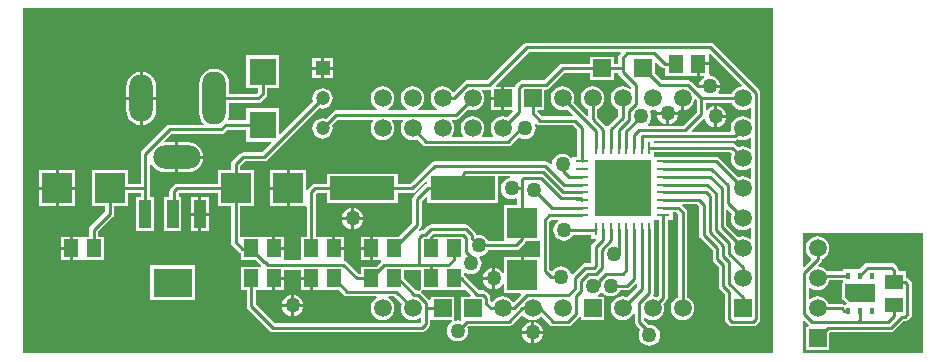
<source format=gtl>
%FSLAX25Y25*%
%MOIN*%
G70*
G01*
G75*
G04 Layer_Physical_Order=1*
G04 Layer_Color=255*
%ADD10R,0.05906X0.05118*%
%ADD11R,0.01575X0.02362*%
%ADD12R,0.18504X0.18504*%
%ADD13R,0.01102X0.04331*%
%ADD14R,0.04331X0.01102*%
%ADD15R,0.21654X0.07874*%
%ADD16R,0.10000X0.10000*%
%ADD17R,0.05118X0.05906*%
%ADD18R,0.10000X0.10000*%
%ADD19R,0.12992X0.09449*%
%ADD20R,0.03937X0.09449*%
%ADD21R,0.09055X0.09055*%
%ADD22R,0.05906X0.05906*%
%ADD23C,0.01000*%
%ADD24R,0.05906X0.05906*%
%ADD25C,0.05906*%
%ADD26C,0.04724*%
%ADD27R,0.04724X0.04724*%
%ADD28C,0.05906*%
%ADD29O,0.15748X0.07874*%
%ADD30O,0.07874X0.15748*%
%ADD31O,0.07874X0.17716*%
%ADD32C,0.01969*%
%ADD33C,0.05000*%
G36*
X384085Y217953D02*
Y212146D01*
X375718D01*
X374242Y213622D01*
Y218051D01*
X384183D01*
X384085Y217953D01*
D02*
G37*
G36*
X400000Y195000D02*
X360000D01*
Y205887D01*
X360462Y206078D01*
X362074Y204466D01*
X362126Y204431D01*
X361981Y203953D01*
X361047D01*
Y196047D01*
X368953D01*
Y201790D01*
X369181Y202018D01*
X389376D01*
X389961Y202134D01*
X390457Y202466D01*
X390457Y202466D01*
X390457Y202466D01*
X393663Y205671D01*
X394074D01*
X394659Y205788D01*
X395156Y206119D01*
X396034Y206998D01*
X396366Y207494D01*
X396482Y208080D01*
Y218047D01*
X396366Y218633D01*
X396034Y219129D01*
X395341Y219822D01*
X394845Y220153D01*
X394453Y220231D01*
Y222299D01*
X392029D01*
Y222673D01*
X391913Y223258D01*
X391581Y223755D01*
X390668Y224668D01*
X390172Y225000D01*
X389587Y225116D01*
X381741D01*
X381156Y225000D01*
X380660Y224668D01*
X379078Y223087D01*
X377425D01*
D01*
D01*
X377425Y223087D01*
X377063D01*
Y223087D01*
X373488D01*
Y222435D01*
X368114D01*
X367819Y222819D01*
X366993Y223453D01*
X366032Y223851D01*
X365430Y223930D01*
X365269Y224404D01*
X366081Y225216D01*
X366413Y225712D01*
X366529Y226297D01*
Y226355D01*
X366993Y226547D01*
X367819Y227181D01*
X368453Y228007D01*
X368851Y228968D01*
X368987Y230000D01*
X368851Y231032D01*
X368453Y231993D01*
X367819Y232819D01*
X366993Y233453D01*
X366032Y233851D01*
X365000Y233987D01*
X363968Y233851D01*
X363007Y233453D01*
X362181Y232819D01*
X361547Y231993D01*
X361149Y231032D01*
X361013Y230000D01*
X361149Y228968D01*
X361547Y228007D01*
X362181Y227181D01*
X362751Y226743D01*
X362784Y226244D01*
X360462Y223922D01*
X360000Y224113D01*
Y235000D01*
X400000D01*
Y195000D01*
D02*
G37*
G36*
X350000D02*
X100000D01*
Y310000D01*
X350000D01*
Y195000D01*
D02*
G37*
G36*
X373488Y218724D02*
X373488Y218724D01*
X373488D01*
X373489Y218724D01*
X373300Y218441D01*
X373222Y218051D01*
Y213622D01*
X373300Y213232D01*
X373521Y212901D01*
X374685Y211737D01*
X374493Y211276D01*
X373791D01*
X373585Y211413D01*
X373000Y211529D01*
X368645D01*
X368453Y211993D01*
X367819Y212819D01*
X366993Y213453D01*
X366032Y213851D01*
X365000Y213987D01*
X363968Y213851D01*
X363007Y213453D01*
X362525Y213083D01*
X362077Y213304D01*
Y216696D01*
X362525Y216917D01*
X363007Y216547D01*
X363968Y216149D01*
X365000Y216013D01*
X366032Y216149D01*
X366993Y216547D01*
X367819Y217181D01*
X368453Y218007D01*
X368851Y218968D01*
X368905Y219376D01*
X373488D01*
Y218724D01*
D02*
G37*
%LPC*%
G36*
X111000Y256000D02*
X105500D01*
Y250500D01*
X111000D01*
Y256000D01*
D02*
G37*
G36*
X117500Y249500D02*
X112000D01*
Y244000D01*
X117500D01*
Y249500D01*
D02*
G37*
G36*
X188000D02*
X182500D01*
Y244000D01*
X188000D01*
Y249500D01*
D02*
G37*
G36*
X117500Y256000D02*
X112000D01*
Y250500D01*
X117500D01*
Y256000D01*
D02*
G37*
G36*
X188000D02*
X182500D01*
Y250500D01*
X188000D01*
Y256000D01*
D02*
G37*
G36*
X155276Y265295D02*
X151839D01*
Y260815D01*
X160189D01*
X160085Y261604D01*
X159588Y262805D01*
X158797Y263836D01*
X157765Y264627D01*
X156564Y265125D01*
X155276Y265295D01*
D02*
G37*
G36*
X160189Y259815D02*
X151839D01*
Y255335D01*
X155276D01*
X156564Y255505D01*
X157765Y256002D01*
X158797Y256794D01*
X159588Y257825D01*
X160085Y259026D01*
X160189Y259815D01*
D02*
G37*
G36*
X111000Y249500D02*
X105500D01*
Y244000D01*
X111000D01*
Y249500D01*
D02*
G37*
G36*
X187299Y233953D02*
X184240D01*
Y230500D01*
X187299D01*
Y233953D01*
D02*
G37*
G36*
X157496Y224307D02*
X142504D01*
Y212858D01*
X157496D01*
Y224307D01*
D02*
G37*
G36*
X115760Y229500D02*
X112701D01*
Y226047D01*
X115760D01*
Y229500D01*
D02*
G37*
G36*
Y233953D02*
X112701D01*
Y230500D01*
X115760D01*
Y233953D01*
D02*
G37*
G36*
X158555Y247142D02*
X156087D01*
Y241917D01*
X158555D01*
Y247142D01*
D02*
G37*
G36*
X162024D02*
X159555D01*
Y241917D01*
X162024D01*
Y247142D01*
D02*
G37*
G36*
X158555Y240917D02*
X156087D01*
Y235693D01*
X158555D01*
Y240917D01*
D02*
G37*
G36*
X162024D02*
X159555D01*
Y235693D01*
X162024D01*
Y240917D01*
D02*
G37*
G36*
X269500Y201500D02*
X266536D01*
X266590Y201086D01*
X266943Y200235D01*
X267504Y199504D01*
X268235Y198943D01*
X269086Y198590D01*
X269500Y198536D01*
Y201500D01*
D02*
G37*
G36*
X139028Y288851D02*
X138239Y288747D01*
X137038Y288249D01*
X136006Y287458D01*
X135215Y286427D01*
X134718Y285226D01*
X134548Y283937D01*
Y280500D01*
X139028D01*
Y288851D01*
D02*
G37*
G36*
X199500Y293362D02*
X196638D01*
Y290500D01*
X199500D01*
Y293362D01*
D02*
G37*
G36*
X273464Y201500D02*
X270500D01*
Y198536D01*
X270914Y198590D01*
X271765Y198943D01*
X272496Y199504D01*
X273057Y200235D01*
X273410Y201086D01*
X273464Y201500D01*
D02*
G37*
G36*
X199500Y289500D02*
X196638D01*
Y286638D01*
X199500D01*
Y289500D01*
D02*
G37*
G36*
X329297Y298529D02*
X268094D01*
X267509Y298413D01*
X267013Y298081D01*
X254914Y285982D01*
X248156D01*
X247570Y285866D01*
X247074Y285534D01*
X243756Y282216D01*
X243257Y282249D01*
X242819Y282819D01*
X241993Y283453D01*
X241032Y283851D01*
X240000Y283987D01*
X238968Y283851D01*
X238007Y283453D01*
X237181Y282819D01*
X236547Y281993D01*
X236149Y281032D01*
X236013Y280000D01*
X236149Y278968D01*
X236547Y278007D01*
X237181Y277181D01*
X238007Y276547D01*
X238187Y276472D01*
X238089Y275982D01*
X231911D01*
X231813Y276472D01*
X231993Y276547D01*
X232819Y277181D01*
X233453Y278007D01*
X233851Y278968D01*
X233987Y280000D01*
X233851Y281032D01*
X233453Y281993D01*
X232819Y282819D01*
X231993Y283453D01*
X231032Y283851D01*
X230000Y283987D01*
X228968Y283851D01*
X228007Y283453D01*
X227181Y282819D01*
X226547Y281993D01*
X226149Y281032D01*
X226013Y280000D01*
X226149Y278968D01*
X226547Y278007D01*
X227181Y277181D01*
X228007Y276547D01*
X228187Y276472D01*
X228089Y275982D01*
X221911D01*
X221813Y276472D01*
X221993Y276547D01*
X222819Y277181D01*
X223453Y278007D01*
X223851Y278968D01*
X223987Y280000D01*
X223851Y281032D01*
X223453Y281993D01*
X222819Y282819D01*
X221993Y283453D01*
X221032Y283851D01*
X220000Y283987D01*
X218968Y283851D01*
X218007Y283453D01*
X217181Y282819D01*
X216547Y281993D01*
X216149Y281032D01*
X216013Y280000D01*
X216149Y278968D01*
X216547Y278007D01*
X217181Y277181D01*
X218007Y276547D01*
X218187Y276472D01*
X218089Y275982D01*
X204453D01*
X203868Y275866D01*
X203371Y275534D01*
X201044Y273207D01*
X200878Y273276D01*
X200000Y273391D01*
X199122Y273276D01*
X198304Y272937D01*
X197602Y272398D01*
X197063Y271696D01*
X196724Y270878D01*
X196609Y270000D01*
X196724Y269122D01*
X197063Y268304D01*
X197602Y267602D01*
X198304Y267063D01*
X199122Y266724D01*
X200000Y266609D01*
X200878Y266724D01*
X201696Y267063D01*
X202398Y267602D01*
X202937Y268304D01*
X203276Y269122D01*
X203391Y270000D01*
X203276Y270878D01*
X203207Y271044D01*
X205086Y272923D01*
X216696D01*
X216917Y272475D01*
X216547Y271993D01*
X216149Y271032D01*
X216013Y270000D01*
X216149Y268968D01*
X216547Y268007D01*
X217181Y267181D01*
X218007Y266547D01*
X218968Y266149D01*
X220000Y266013D01*
X221032Y266149D01*
X221993Y266547D01*
X222819Y267181D01*
X223453Y268007D01*
X223851Y268968D01*
X223987Y270000D01*
X223851Y271032D01*
X223453Y271993D01*
X223083Y272475D01*
X223304Y272923D01*
X226696D01*
X226917Y272475D01*
X226547Y271993D01*
X226149Y271032D01*
X226013Y270000D01*
X226149Y268968D01*
X226547Y268007D01*
X227181Y267181D01*
X228007Y266547D01*
X228968Y266149D01*
X230000Y266013D01*
X231032Y266149D01*
X231496Y266341D01*
X233371Y264466D01*
X233371D01*
X233371Y264466D01*
X233371Y264466D01*
Y264466D01*
X233868Y264134D01*
X234453Y264018D01*
X261844D01*
X262430Y264134D01*
X262926Y264466D01*
X265547Y267087D01*
X265735Y266943D01*
X266586Y266590D01*
X267500Y266470D01*
X268414Y266590D01*
X269265Y266943D01*
X269996Y267504D01*
X270557Y268235D01*
X270910Y269086D01*
X271030Y270000D01*
X270910Y270914D01*
X270684Y271460D01*
X271099Y271738D01*
X271419Y271419D01*
X271915Y271087D01*
X272012Y271068D01*
X272500Y270971D01*
X283366D01*
X284888Y269449D01*
Y260508D01*
X283252D01*
Y260289D01*
X282779Y260128D01*
X282496Y260496D01*
X281765Y261057D01*
X280914Y261410D01*
X280000Y261530D01*
X279086Y261410D01*
X278235Y261057D01*
X277504Y260496D01*
X276943Y259765D01*
X276590Y258914D01*
X276488Y258138D01*
X276014Y257977D01*
X275410Y258581D01*
X274914Y258913D01*
X274328Y259029D01*
X237347D01*
X236762Y258913D01*
X236266Y258581D01*
X229214Y251529D01*
X225095D01*
Y254937D01*
X201441D01*
Y251529D01*
X197500D01*
X196915Y251413D01*
X196419Y251081D01*
X195178Y249841D01*
X194978Y249542D01*
X194500Y249687D01*
Y256000D01*
X189000D01*
Y250000D01*
Y244000D01*
X194377D01*
X194377Y244000D01*
Y244000D01*
X194500Y244000D01*
X194730Y243770D01*
Y233953D01*
X192701D01*
Y226047D01*
D01*
Y226047D01*
X192636Y225982D01*
X187299D01*
Y226047D01*
X187299D01*
Y229500D01*
X183740D01*
Y230000D01*
X183240D01*
Y233953D01*
X180181D01*
D01*
D01*
X180181Y233953D01*
X179819D01*
Y233953D01*
X172701D01*
D01*
X172701D01*
X172529Y234124D01*
Y244000D01*
X177000D01*
Y256000D01*
X172529D01*
Y257366D01*
X174134Y258971D01*
X180500D01*
X181085Y259087D01*
X181581Y259419D01*
X186126Y263963D01*
X186230Y264033D01*
X198981Y276783D01*
X199122Y276724D01*
X200000Y276609D01*
X200878Y276724D01*
X201696Y277063D01*
X202398Y277602D01*
X202937Y278304D01*
X203276Y279122D01*
X203391Y280000D01*
X203276Y280878D01*
X202937Y281696D01*
X202398Y282398D01*
X201696Y282937D01*
X200878Y283276D01*
X200000Y283391D01*
X199122Y283276D01*
X198304Y282937D01*
X197602Y282398D01*
X197063Y281696D01*
X196724Y280878D01*
X196609Y280000D01*
X196724Y279122D01*
X196803Y278931D01*
X185989Y268118D01*
X185528Y268309D01*
Y276669D01*
X174472D01*
Y272671D01*
X168734D01*
X168456Y273087D01*
X168747Y273790D01*
X168917Y275079D01*
Y278471D01*
X178500D01*
X179085Y278587D01*
X179581Y278919D01*
X181081Y280419D01*
X181413Y280915D01*
X181529Y281500D01*
Y283331D01*
X185528D01*
Y294386D01*
X174472D01*
Y283331D01*
X178471D01*
Y282134D01*
X177866Y281529D01*
X168917D01*
Y284921D01*
X168747Y286210D01*
X168249Y287411D01*
X167458Y288442D01*
X166427Y289234D01*
X165226Y289731D01*
X163937Y289901D01*
X162648Y289731D01*
X161447Y289234D01*
X160416Y288442D01*
X159625Y287411D01*
X159127Y286210D01*
X158957Y284921D01*
Y275079D01*
X159127Y273790D01*
X159625Y272589D01*
X160368Y271620D01*
X160147Y271171D01*
X149039D01*
X148454Y271055D01*
X147958Y270723D01*
X139863Y262629D01*
X139532Y262133D01*
X139416Y261547D01*
Y251529D01*
X135000D01*
Y256000D01*
X123000D01*
Y244000D01*
X127471D01*
Y242153D01*
X122659Y237341D01*
X122327Y236845D01*
X122211Y236260D01*
Y233953D01*
X120181D01*
D01*
D01*
X120181Y233953D01*
X119819D01*
Y233953D01*
X116760D01*
Y230000D01*
Y226047D01*
X119819D01*
Y226047D01*
X119819D01*
X119819Y226047D01*
X120181D01*
Y226047D01*
X127299D01*
Y233953D01*
X125270D01*
Y235626D01*
X130081Y240438D01*
X130413Y240934D01*
X130529Y241520D01*
X130529Y241520D01*
X130529Y241520D01*
Y241520D01*
Y244000D01*
X135000D01*
Y248471D01*
X139416D01*
Y247142D01*
X137976D01*
Y235693D01*
X143913D01*
Y247142D01*
X142474D01*
Y250000D01*
Y258028D01*
X142965Y258126D01*
X143089Y257825D01*
X143880Y256794D01*
X144912Y256002D01*
X146113Y255505D01*
X147402Y255335D01*
X150839D01*
Y260315D01*
Y265295D01*
X147508D01*
X147317Y265757D01*
X149673Y268112D01*
X166189D01*
X166774Y268229D01*
X167271Y268560D01*
X168323Y269612D01*
X174472D01*
Y265614D01*
X182798D01*
X182989Y265152D01*
X179867Y262029D01*
X173500D01*
X173012Y261932D01*
X172915Y261913D01*
X172419Y261581D01*
X169919Y259081D01*
X169587Y258585D01*
X169471Y258000D01*
Y256000D01*
X165000D01*
Y251529D01*
X151500D01*
X150915Y251413D01*
X150419Y251081D01*
X149419Y250081D01*
X149087Y249585D01*
X148971Y249000D01*
Y247142D01*
X147031D01*
Y235693D01*
X152969D01*
Y247142D01*
X152029D01*
Y248366D01*
X152134Y248471D01*
X165000D01*
Y244000D01*
X169471D01*
Y232000D01*
X169471Y232000D01*
X169471D01*
X169587Y231415D01*
X169919Y230919D01*
X172071Y228766D01*
X172071Y228766D01*
X172071D01*
X172071Y228766D01*
X172071D01*
X172071Y228766D01*
Y228766D01*
Y228766D01*
D01*
D01*
X172071D01*
Y228766D01*
X172568Y228434D01*
X172701Y228408D01*
Y226047D01*
X177897D01*
X179478Y224466D01*
X179530Y224431D01*
X179385Y223953D01*
X172701D01*
Y216047D01*
X174730D01*
Y210760D01*
X174730Y210760D01*
X174730D01*
X174847Y210175D01*
X175178Y209678D01*
X182438Y202419D01*
X182934Y202087D01*
X183031Y202068D01*
X183520Y201971D01*
X233000D01*
X233585Y202087D01*
X234081Y202419D01*
X234081Y202419D01*
X234081Y202419D01*
X235534Y203871D01*
X235866Y204367D01*
X235982Y204953D01*
X235982Y204953D01*
X235982Y204953D01*
Y204953D01*
Y206047D01*
X236047D01*
Y206047D01*
X243032D01*
X243235Y205557D01*
X242504Y204996D01*
X241943Y204265D01*
X241590Y203414D01*
X241470Y202500D01*
X241590Y201586D01*
X241943Y200735D01*
X242504Y200004D01*
X243235Y199443D01*
X244086Y199090D01*
X245000Y198970D01*
X245914Y199090D01*
X246765Y199443D01*
X247496Y200004D01*
X248057Y200735D01*
X248410Y201586D01*
X248530Y202500D01*
X248410Y203414D01*
X248312Y203649D01*
X248681Y204018D01*
X262078D01*
X262664Y204134D01*
X263160Y204466D01*
X263160Y204466D01*
X263160Y204466D01*
X266346Y207652D01*
X266845Y207619D01*
X267181Y207181D01*
X268007Y206547D01*
X268968Y206149D01*
X269935Y206022D01*
Y205969D01*
X270065D01*
Y206022D01*
X271032Y206149D01*
X271993Y206547D01*
X272819Y207181D01*
X273091Y207199D01*
X275824Y204466D01*
X275824D01*
X275824Y204466D01*
X275824Y204466D01*
Y204466D01*
X276320Y204134D01*
X276905Y204018D01*
X281844D01*
X282430Y204134D01*
X282926Y204466D01*
X282926Y204466D01*
X282926Y204466D01*
X285534Y207074D01*
X285569Y207126D01*
X286047Y206981D01*
Y206047D01*
X293953D01*
Y213953D01*
X291968D01*
X291765Y214443D01*
X292496Y215004D01*
X292750Y215335D01*
X293250D01*
X293504Y215004D01*
X294235Y214443D01*
X295086Y214090D01*
X296000Y213970D01*
X296914Y214090D01*
X297765Y214443D01*
X298496Y215004D01*
X299057Y215735D01*
X299155Y215971D01*
X301500D01*
X302085Y216087D01*
X302581Y216419D01*
X302581Y216419D01*
X302581Y216419D01*
X304406Y218243D01*
X304868Y218052D01*
Y217031D01*
X301496Y213659D01*
X301032Y213851D01*
X300000Y213987D01*
X298968Y213851D01*
X298007Y213453D01*
X297181Y212819D01*
X296547Y211993D01*
X296149Y211032D01*
X296013Y210000D01*
X296149Y208968D01*
X296547Y208007D01*
X297181Y207181D01*
X298007Y206547D01*
X298968Y206149D01*
X300000Y206013D01*
X301032Y206149D01*
X301993Y206547D01*
X302819Y207181D01*
X303453Y208007D01*
X303527Y208187D01*
X304018Y208089D01*
Y205547D01*
X304134Y204962D01*
X304466Y204466D01*
X305997Y202935D01*
X305900Y202808D01*
X305547Y201957D01*
X305427Y201043D01*
X305547Y200130D01*
X305900Y199278D01*
X306460Y198547D01*
X307192Y197986D01*
X308043Y197633D01*
X308957Y197513D01*
X309870Y197633D01*
X310722Y197986D01*
X311453Y198547D01*
X312014Y199278D01*
X312367Y200130D01*
X312487Y201043D01*
X312367Y201957D01*
X312014Y202808D01*
X311453Y203539D01*
X310722Y204100D01*
X309870Y204453D01*
X308957Y204573D01*
X308716Y204542D01*
X307077Y206181D01*
Y206696D01*
X307525Y206917D01*
X308007Y206547D01*
X308968Y206149D01*
X310000Y206013D01*
X311032Y206149D01*
X311993Y206547D01*
X312819Y207181D01*
X313453Y208007D01*
X313851Y208968D01*
X313987Y210000D01*
X313851Y211032D01*
X313659Y211496D01*
X314664Y212501D01*
X314996Y212997D01*
X315015Y213094D01*
X315112Y213583D01*
Y239492D01*
X316748D01*
Y242051D01*
Y242073D01*
X317764D01*
X318471Y241367D01*
Y213645D01*
X318007Y213453D01*
X317181Y212819D01*
X316547Y211993D01*
X316149Y211032D01*
X316013Y210000D01*
X316149Y208968D01*
X316547Y208007D01*
X317181Y207181D01*
X318007Y206547D01*
X318968Y206149D01*
X320000Y206013D01*
X321032Y206149D01*
X321993Y206547D01*
X322819Y207181D01*
X323453Y208007D01*
X323851Y208968D01*
X323987Y210000D01*
X323851Y211032D01*
X323453Y211993D01*
X322819Y212819D01*
X321993Y213453D01*
X321529Y213645D01*
Y242000D01*
X321413Y242585D01*
X321081Y243081D01*
X319993Y244170D01*
X320184Y244632D01*
X324705D01*
X325471Y243866D01*
Y234515D01*
X325471Y234515D01*
X325471D01*
X325587Y233929D01*
X325919Y233433D01*
X330018Y229334D01*
Y226499D01*
X330018Y226499D01*
X330018D01*
X330134Y225914D01*
X330466Y225417D01*
X332018Y223865D01*
Y217327D01*
X332018Y217327D01*
X332018D01*
X332134Y216742D01*
X332466Y216246D01*
X334018Y214694D01*
Y206426D01*
X334018Y206426D01*
X334018D01*
X334134Y205841D01*
X334466Y205345D01*
X335345Y204466D01*
X335841Y204134D01*
X336426Y204018D01*
X343574D01*
X344159Y204134D01*
X344655Y204466D01*
X344655Y204466D01*
X344655Y204466D01*
X345534Y205345D01*
X345866Y205841D01*
X345982Y206426D01*
X345982Y206426D01*
X345982Y206426D01*
Y206426D01*
Y281844D01*
X345866Y282430D01*
X345534Y282926D01*
X330379Y298081D01*
X329882Y298413D01*
X329297Y298529D01*
D02*
G37*
G36*
X140028Y288851D02*
Y280500D01*
X144507D01*
Y283937D01*
X144337Y285226D01*
X143840Y286427D01*
X143049Y287458D01*
X142017Y288249D01*
X140816Y288747D01*
X140028Y288851D01*
D02*
G37*
G36*
X203362Y289500D02*
X200500D01*
Y286638D01*
X203362D01*
Y289500D01*
D02*
G37*
G36*
X139028Y279500D02*
X134548D01*
Y276063D01*
X134718Y274774D01*
X135215Y273573D01*
X136006Y272542D01*
X137038Y271750D01*
X138239Y271253D01*
X139028Y271149D01*
Y279500D01*
D02*
G37*
G36*
X144507D02*
X140028D01*
Y271149D01*
X140816Y271253D01*
X142017Y271750D01*
X143049Y272542D01*
X143840Y273573D01*
X144337Y274774D01*
X144507Y276063D01*
Y279500D01*
D02*
G37*
G36*
X269500Y205464D02*
X269086Y205410D01*
X268235Y205057D01*
X267504Y204496D01*
X266943Y203765D01*
X266590Y202914D01*
X266536Y202500D01*
X269500D01*
Y205464D01*
D02*
G37*
G36*
X270500D02*
Y202500D01*
X273464D01*
X273410Y202914D01*
X273057Y203765D01*
X272496Y204496D01*
X271765Y205057D01*
X270914Y205410D01*
X270500Y205464D01*
D02*
G37*
G36*
X203362Y293362D02*
X200500D01*
Y290500D01*
X203362D01*
Y293362D01*
D02*
G37*
%LPD*%
G36*
X336341Y241496D02*
X336149Y241032D01*
X336013Y240000D01*
X336149Y238968D01*
X336547Y238007D01*
X337181Y237181D01*
X338007Y236547D01*
X338968Y236149D01*
X340000Y236013D01*
X341032Y236149D01*
X341993Y236547D01*
X342475Y236917D01*
X342923Y236696D01*
Y233304D01*
X342475Y233083D01*
X341993Y233453D01*
X341032Y233851D01*
X340000Y233987D01*
X338968Y233851D01*
X338504Y233659D01*
X334529Y237633D01*
Y242654D01*
X334991Y242846D01*
X336341Y241496D01*
D02*
G37*
G36*
X272471Y227000D02*
X267000D01*
Y221000D01*
X266000D01*
Y227000D01*
X260500D01*
Y221966D01*
X260027Y221805D01*
X259496Y222496D01*
X258765Y223057D01*
X257914Y223410D01*
X257500Y223464D01*
Y220000D01*
Y216536D01*
X257914Y216590D01*
X258765Y216943D01*
X259496Y217504D01*
X260027Y218195D01*
X260500Y218034D01*
Y215000D01*
X265887D01*
X266078Y214538D01*
X263756Y212216D01*
X263257Y212249D01*
X262819Y212819D01*
X261993Y213453D01*
X261032Y213851D01*
X260000Y213987D01*
X258968Y213851D01*
X258007Y213453D01*
X257181Y212819D01*
X256614Y212081D01*
X256347Y212063D01*
X255982Y212405D01*
Y213574D01*
X255866Y214159D01*
X255534Y214655D01*
X254656Y215534D01*
X254159Y215866D01*
X253574Y215982D01*
X252181D01*
X247299Y220864D01*
Y221728D01*
X247735Y221943D01*
X248586Y221590D01*
X249500Y221470D01*
X250414Y221590D01*
X251265Y221943D01*
X251996Y222504D01*
X252557Y223235D01*
X252910Y224086D01*
X253030Y225000D01*
X252910Y225914D01*
X252557Y226765D01*
X252319Y227075D01*
X252511Y227537D01*
X252914Y227590D01*
X253765Y227943D01*
X254496Y228504D01*
X255057Y229235D01*
X255155Y229471D01*
X264500D01*
X265085Y229587D01*
X265581Y229919D01*
X267581Y231919D01*
X267913Y232415D01*
X267930Y232500D01*
X272471D01*
Y227000D01*
D02*
G37*
G36*
X298587Y288278D02*
X298919Y287782D01*
X302923Y283777D01*
Y283304D01*
X302475Y283083D01*
X301993Y283453D01*
X301032Y283851D01*
X300000Y283987D01*
X298968Y283851D01*
X298007Y283453D01*
X297181Y282819D01*
X296547Y281993D01*
X296149Y281032D01*
X296013Y280000D01*
X296149Y278968D01*
X296547Y278007D01*
X297181Y277181D01*
X298007Y276547D01*
X298471Y276355D01*
Y274133D01*
X295080Y270743D01*
X295035Y270675D01*
X294537Y270626D01*
X291529Y273634D01*
Y276355D01*
X291993Y276547D01*
X292819Y277181D01*
X293453Y278007D01*
X293851Y278968D01*
X293987Y280000D01*
X293851Y281032D01*
X293453Y281993D01*
X292819Y282819D01*
X291993Y283453D01*
X291032Y283851D01*
X290000Y283987D01*
X288968Y283851D01*
X288007Y283453D01*
X287181Y282819D01*
X286547Y281993D01*
X286149Y281032D01*
X286013Y280000D01*
X286149Y278968D01*
X286547Y278007D01*
X287181Y277181D01*
X288007Y276547D01*
X288471Y276355D01*
Y274346D01*
X288009Y274154D01*
X283659Y278504D01*
X283851Y278968D01*
X283987Y280000D01*
X283851Y281032D01*
X283453Y281993D01*
X282819Y282819D01*
X281993Y283453D01*
X281032Y283851D01*
X280000Y283987D01*
X278968Y283851D01*
X278007Y283453D01*
X277181Y282819D01*
X276547Y281993D01*
X276149Y281032D01*
X276013Y280000D01*
X276149Y278968D01*
X276547Y278007D01*
X277181Y277181D01*
X278007Y276547D01*
X278968Y276149D01*
X280000Y276013D01*
X281032Y276149D01*
X281496Y276341D01*
X283346Y274491D01*
X283154Y274029D01*
X273133D01*
X271578Y275585D01*
X271769Y276047D01*
X273953D01*
Y282923D01*
X274453D01*
X275038Y283040D01*
X275534Y283371D01*
X280633Y288471D01*
X289158D01*
Y286047D01*
X297063D01*
Y288471D01*
X298549D01*
X298587Y288278D01*
D02*
G37*
G36*
X312053Y214216D02*
X311496Y213659D01*
X311032Y213851D01*
X310390Y213935D01*
X310184Y214391D01*
X310370Y214669D01*
X310389Y214766D01*
X310486Y215254D01*
Y233252D01*
X310508D01*
Y239492D01*
X312053D01*
Y214216D01*
D02*
G37*
G36*
X339731Y284404D02*
X339570Y283930D01*
X338968Y283851D01*
X338007Y283453D01*
X337181Y282819D01*
X336547Y281993D01*
X336355Y281529D01*
X332081D01*
X331860Y281978D01*
X332057Y282235D01*
X332410Y283086D01*
X332464Y283500D01*
X325302D01*
X325073Y283387D01*
X322926Y285534D01*
X322430Y285866D01*
X321844Y285982D01*
X313071D01*
X310842Y288210D01*
Y291841D01*
X311304Y292033D01*
X312919Y290419D01*
X312919D01*
X312919Y290419D01*
X312919Y290419D01*
Y290419D01*
X313415Y290087D01*
X314000Y289971D01*
X314201D01*
Y287547D01*
X321319D01*
Y287547D01*
X321319D01*
X321319Y287547D01*
X321681D01*
Y287547D01*
X324740D01*
Y291500D01*
X325240D01*
Y292000D01*
X328799D01*
Y294682D01*
X329261Y294873D01*
X339731Y284404D01*
D02*
G37*
G36*
X278552Y239040D02*
X277934Y238566D01*
X277373Y237835D01*
X277020Y236984D01*
X276900Y236070D01*
X277020Y235156D01*
X277373Y234305D01*
X277934Y233574D01*
X278665Y233013D01*
X279516Y232660D01*
X280430Y232540D01*
X281344Y232660D01*
X282195Y233013D01*
X282926Y233574D01*
X283487Y234305D01*
X283585Y234541D01*
X289492D01*
Y233252D01*
X291107D01*
X291299Y232790D01*
X289919Y231410D01*
X289587Y230914D01*
X289471Y230328D01*
Y225029D01*
X287515D01*
X286929Y224913D01*
X286433Y224581D01*
X283332Y221480D01*
X282842Y221578D01*
X282557Y222265D01*
X281996Y222996D01*
X281265Y223557D01*
X280414Y223910D01*
X279500Y224030D01*
X278586Y223910D01*
X277735Y223557D01*
X277004Y222996D01*
X276654Y222540D01*
X276155Y222508D01*
X275529Y223133D01*
Y238866D01*
X276177Y239514D01*
X278391D01*
X278552Y239040D01*
D02*
G37*
G36*
X262556Y253472D02*
X262086Y253410D01*
X261235Y253057D01*
X260504Y252496D01*
X259943Y251765D01*
X259590Y250914D01*
X259470Y250000D01*
X259590Y249086D01*
X259943Y248235D01*
X260504Y247504D01*
X261235Y246943D01*
X262086Y246590D01*
X263000Y246470D01*
X263914Y246590D01*
X264555Y246856D01*
X264971Y246578D01*
Y244500D01*
X260500D01*
Y232529D01*
X255155D01*
X255057Y232765D01*
X254496Y233496D01*
X253765Y234057D01*
X252914Y234410D01*
X252000Y234530D01*
X251321Y234441D01*
X251319Y234453D01*
X251212Y234988D01*
X250881Y235484D01*
X248783Y237581D01*
X248287Y237913D01*
X247702Y238029D01*
X236172D01*
X235683Y237932D01*
X235586Y237913D01*
X235090Y237581D01*
X233491Y235982D01*
X233080D01*
X232494Y235866D01*
X232429Y235822D01*
X232112Y236209D01*
X232581Y236678D01*
X232913Y237175D01*
X233029Y237760D01*
Y245866D01*
X234444Y247281D01*
X234906Y247089D01*
Y245063D01*
X258559D01*
Y253971D01*
X262523D01*
X262556Y253472D01*
D02*
G37*
G36*
X234906Y252242D02*
Y251511D01*
X234415Y251413D01*
X233919Y251081D01*
X230419Y247581D01*
X230087Y247085D01*
X229971Y246500D01*
Y238393D01*
X225530Y233953D01*
X220181D01*
D01*
D01*
X220181Y233953D01*
X219819D01*
Y233953D01*
X216760D01*
Y230000D01*
Y226047D01*
X219385D01*
X219530Y225569D01*
X219478Y225534D01*
X217897Y223953D01*
X212701D01*
Y221529D01*
X212007D01*
X208002Y225534D01*
X207506Y225866D01*
X207299Y225907D01*
Y226047D01*
Y226047D01*
X207299Y227886D01*
X207299Y227886D01*
X207299D01*
Y229500D01*
X203740D01*
Y230000D01*
X203240D01*
Y233953D01*
X200181D01*
D01*
D01*
X200181Y233953D01*
X199819D01*
Y233953D01*
X197789D01*
Y248126D01*
X198134Y248471D01*
X201441D01*
Y245063D01*
X225095D01*
Y248471D01*
X229847D01*
X230433Y248587D01*
X230929Y248919D01*
X234444Y252433D01*
X234906Y252242D01*
D02*
G37*
G36*
X336547Y278007D02*
X337181Y277181D01*
X338007Y276547D01*
X338968Y276149D01*
X340000Y276013D01*
X341032Y276149D01*
X341993Y276547D01*
X342475Y276917D01*
X342923Y276696D01*
Y273304D01*
X342475Y273083D01*
X341993Y273453D01*
X341032Y273851D01*
X340000Y273987D01*
X338968Y273851D01*
X338007Y273453D01*
X337181Y272819D01*
X336547Y271993D01*
X336149Y271032D01*
X336013Y270000D01*
X336105Y269303D01*
X335775Y268927D01*
X323243D01*
X323052Y269389D01*
X327093Y273430D01*
X327566Y273269D01*
X327590Y273086D01*
X327943Y272235D01*
X328504Y271504D01*
X329235Y270943D01*
X330086Y270590D01*
X330500Y270536D01*
Y274000D01*
Y277464D01*
X330086Y277410D01*
X329235Y277057D01*
X328504Y276496D01*
X328300Y276231D01*
X327826Y276391D01*
Y278471D01*
X336355D01*
X336547Y278007D01*
D02*
G37*
G36*
X342923Y266696D02*
Y263304D01*
X342475Y263083D01*
X341993Y263453D01*
X341032Y263851D01*
X340000Y263987D01*
X338968Y263851D01*
X338504Y263659D01*
X337499Y264664D01*
X337003Y264996D01*
X336417Y265112D01*
X310508D01*
Y265868D01*
X337398D01*
X337983Y265985D01*
X338479Y266316D01*
X338504Y266341D01*
X338968Y266149D01*
X340000Y266013D01*
X341032Y266149D01*
X341993Y266547D01*
X342475Y266917D01*
X342923Y266696D01*
D02*
G37*
G36*
X336341Y261496D02*
X336149Y261032D01*
X336013Y260000D01*
X336149Y258968D01*
X336547Y258007D01*
X337181Y257181D01*
X338007Y256547D01*
X338968Y256149D01*
X340000Y256013D01*
X341032Y256149D01*
X341993Y256547D01*
X342475Y256917D01*
X342923Y256696D01*
Y253304D01*
X342475Y253083D01*
X341993Y253453D01*
X341032Y253851D01*
X340000Y253987D01*
X338968Y253851D01*
X338504Y253659D01*
X332125Y260038D01*
X331629Y260370D01*
X331043Y260486D01*
X316748D01*
Y260508D01*
X310508D01*
Y262053D01*
X335784D01*
X336341Y261496D01*
D02*
G37*
G36*
X299346Y295009D02*
X298919Y294581D01*
X298587Y294085D01*
X298471Y293500D01*
Y291529D01*
X297063D01*
Y293953D01*
X289158D01*
Y291529D01*
X280000D01*
X279415Y291413D01*
X278919Y291081D01*
X273819Y285982D01*
X266426D01*
X265841Y285866D01*
X265345Y285534D01*
X264466Y284655D01*
X264134Y284159D01*
X264093Y283953D01*
X263953D01*
Y283953D01*
X260500D01*
Y280000D01*
Y276047D01*
X263231D01*
X263422Y275585D01*
X261496Y273659D01*
X261032Y273851D01*
X260000Y273987D01*
X258968Y273851D01*
X258007Y273453D01*
X257181Y272819D01*
X256547Y271993D01*
X256149Y271032D01*
X256013Y270000D01*
X256149Y268968D01*
X256547Y268007D01*
X256917Y267525D01*
X256696Y267077D01*
X253304D01*
X253083Y267525D01*
X253453Y268007D01*
X253851Y268968D01*
X253987Y270000D01*
X253851Y271032D01*
X253453Y271993D01*
X252819Y272819D01*
X251993Y273453D01*
X251032Y273851D01*
X250000Y273987D01*
X248968Y273851D01*
X248007Y273453D01*
X247181Y272819D01*
X246547Y271993D01*
X246149Y271032D01*
X246013Y270000D01*
X246149Y268968D01*
X246547Y268007D01*
X246917Y267525D01*
X246696Y267077D01*
X243304D01*
X243083Y267525D01*
X243453Y268007D01*
X243851Y268968D01*
X243987Y270000D01*
X243851Y271032D01*
X243453Y271993D01*
X243083Y272475D01*
X243304Y272923D01*
X244453D01*
X245038Y273040D01*
X245534Y273371D01*
X245534Y273371D01*
X245534Y273371D01*
X248504Y276341D01*
X248968Y276149D01*
X250000Y276013D01*
X251032Y276149D01*
X251993Y276547D01*
X252819Y277181D01*
X253453Y278007D01*
X253851Y278968D01*
X253987Y280000D01*
X253851Y281032D01*
X253453Y281993D01*
X253083Y282475D01*
X253304Y282923D01*
X255547D01*
X255661Y282946D01*
X256047Y282629D01*
Y280500D01*
X259500D01*
Y283953D01*
X257863D01*
X257672Y284415D01*
X268728Y295471D01*
X299154D01*
X299346Y295009D01*
D02*
G37*
G36*
X232701Y216206D02*
X232314Y215889D01*
X231844Y215982D01*
X231181D01*
X227299Y219864D01*
Y222923D01*
X232701D01*
Y216206D01*
D02*
G37*
G36*
X249422Y214415D02*
X249231Y213953D01*
X246047D01*
Y206272D01*
X245671Y205942D01*
X245000Y206030D01*
X244329Y205942D01*
X243953Y206272D01*
Y213953D01*
X236047D01*
Y213019D01*
X235569Y212874D01*
X235534Y212926D01*
X232926Y215534D01*
X232874Y215569D01*
X233019Y216047D01*
X239819D01*
Y216047D01*
X239819D01*
X239819Y216047D01*
X240181D01*
Y216047D01*
X247299D01*
X247299Y216047D01*
Y216047D01*
X247646Y216191D01*
X249422Y214415D01*
D02*
G37*
G36*
X320500Y276079D02*
X321032Y276149D01*
X321993Y276547D01*
X322819Y277181D01*
X323453Y278007D01*
X323851Y278968D01*
X323930Y279570D01*
X324404Y279731D01*
X324768Y279366D01*
Y275431D01*
X320264Y270927D01*
X308522D01*
X308362Y271400D01*
X308496Y271504D01*
X309057Y272235D01*
X309410Y273086D01*
X309530Y274000D01*
X309410Y274914D01*
X309085Y275697D01*
X309254Y275916D01*
X309471Y276083D01*
X310000Y276013D01*
X311032Y276149D01*
X311193Y276216D01*
X311590Y275911D01*
X311536Y275500D01*
X318464D01*
X318410Y275911D01*
X318807Y276216D01*
X318968Y276149D01*
X319500Y276079D01*
Y280000D01*
X320500D01*
Y276079D01*
D02*
G37*
G36*
X192701Y220500D02*
X196260D01*
Y220000D01*
X196760D01*
Y216047D01*
X199819D01*
Y216047D01*
X199819D01*
X199819Y216047D01*
X200181D01*
Y216047D01*
X205530D01*
X207159Y214419D01*
X207655Y214087D01*
X208240Y213971D01*
X217975D01*
X218073Y213480D01*
X218007Y213453D01*
X217181Y212819D01*
X216547Y211993D01*
X216149Y211032D01*
X216013Y210000D01*
X216149Y208968D01*
X216547Y208007D01*
X217181Y207181D01*
X218007Y206547D01*
X218968Y206149D01*
X220000Y206013D01*
X221032Y206149D01*
X221993Y206547D01*
X222819Y207181D01*
X223453Y208007D01*
X223851Y208968D01*
X223987Y210000D01*
X223851Y211032D01*
X223453Y211993D01*
X222819Y212819D01*
X221993Y213453D01*
X221927Y213480D01*
X222025Y213971D01*
X223867D01*
X226341Y211496D01*
X226149Y211032D01*
X226013Y210000D01*
X226149Y208968D01*
X226547Y208007D01*
X227181Y207181D01*
X228007Y206547D01*
X228968Y206149D01*
X230000Y206013D01*
X231032Y206149D01*
X231993Y206547D01*
X232475Y206917D01*
X232923Y206696D01*
Y205586D01*
X232366Y205029D01*
X184153D01*
X177789Y211393D01*
Y216047D01*
X179819D01*
Y216047D01*
X179819D01*
X179819Y216047D01*
X180181D01*
Y216047D01*
X183240D01*
Y220000D01*
X183740D01*
Y220500D01*
X187299D01*
Y222923D01*
X192701D01*
Y220500D01*
D02*
G37*
%LPC*%
G36*
X193464Y210500D02*
X190500D01*
Y207536D01*
X190914Y207590D01*
X191765Y207943D01*
X192496Y208504D01*
X193057Y209235D01*
X193410Y210086D01*
X193464Y210500D01*
D02*
G37*
G36*
X189500D02*
X186536D01*
X186590Y210086D01*
X186943Y209235D01*
X187504Y208504D01*
X188235Y207943D01*
X189086Y207590D01*
X189500Y207536D01*
Y210500D01*
D02*
G37*
G36*
X190500Y214464D02*
Y211500D01*
X193464D01*
X193410Y211914D01*
X193057Y212765D01*
X192496Y213496D01*
X191765Y214057D01*
X190914Y214410D01*
X190500Y214464D01*
D02*
G37*
G36*
X189500D02*
X189086Y214410D01*
X188235Y214057D01*
X187504Y213496D01*
X186943Y212765D01*
X186590Y211914D01*
X186536Y211500D01*
X189500D01*
Y214464D01*
D02*
G37*
G36*
X334464Y273500D02*
X331500D01*
Y270536D01*
X331914Y270590D01*
X332765Y270943D01*
X333496Y271504D01*
X334057Y272235D01*
X334410Y273086D01*
X334464Y273500D01*
D02*
G37*
G36*
X314500Y274500D02*
X311536D01*
X311590Y274086D01*
X311943Y273235D01*
X312504Y272504D01*
X313235Y271943D01*
X314086Y271590D01*
X314500Y271536D01*
Y274500D01*
D02*
G37*
G36*
X209500Y243464D02*
X209086Y243410D01*
X208235Y243057D01*
X207504Y242496D01*
X206943Y241765D01*
X206590Y240914D01*
X206536Y240500D01*
X209500D01*
Y243464D01*
D02*
G37*
G36*
X210500D02*
Y240500D01*
X213464D01*
X213410Y240914D01*
X213057Y241765D01*
X212496Y242496D01*
X211765Y243057D01*
X210914Y243410D01*
X210500Y243464D01*
D02*
G37*
G36*
X259500Y279500D02*
X256047D01*
Y276047D01*
X259500D01*
Y279500D01*
D02*
G37*
G36*
X328799Y291000D02*
X325740D01*
Y287547D01*
X327032D01*
X327235Y287057D01*
X326504Y286496D01*
X325943Y285765D01*
X325590Y284914D01*
X325536Y284500D01*
X332464D01*
X332410Y284914D01*
X332057Y285765D01*
X331496Y286496D01*
X330765Y287057D01*
X329914Y287410D01*
X329000Y287530D01*
X328799Y289055D01*
Y291000D01*
D02*
G37*
G36*
X318464Y274500D02*
X315500D01*
Y271536D01*
X315914Y271590D01*
X316765Y271943D01*
X317496Y272504D01*
X318057Y273235D01*
X318410Y274086D01*
X318464Y274500D01*
D02*
G37*
G36*
X331500Y277464D02*
Y274500D01*
X334464D01*
X334410Y274914D01*
X334057Y275765D01*
X333496Y276496D01*
X332765Y277057D01*
X331914Y277410D01*
X331500Y277464D01*
D02*
G37*
G36*
X213464Y239500D02*
X210500D01*
Y236536D01*
X210914Y236590D01*
X211765Y236943D01*
X212496Y237504D01*
X213057Y238235D01*
X213410Y239086D01*
X213464Y239500D01*
D02*
G37*
G36*
X256500Y219500D02*
X253536D01*
X253590Y219086D01*
X253943Y218235D01*
X254504Y217504D01*
X255235Y216943D01*
X256086Y216590D01*
X256500Y216536D01*
Y219500D01*
D02*
G37*
G36*
Y223464D02*
X256086Y223410D01*
X255235Y223057D01*
X254504Y222496D01*
X253943Y221765D01*
X253590Y220914D01*
X253536Y220500D01*
X256500D01*
Y223464D01*
D02*
G37*
G36*
X187299Y219500D02*
X184240D01*
Y216047D01*
X187299D01*
Y219500D01*
D02*
G37*
G36*
X195760D02*
X192701D01*
Y216047D01*
X195760D01*
Y219500D01*
D02*
G37*
G36*
X215760Y233953D02*
X212701D01*
Y230500D01*
X215760D01*
Y233953D01*
D02*
G37*
G36*
X209500Y239500D02*
X206536D01*
X206590Y239086D01*
X206943Y238235D01*
X207504Y237504D01*
X208235Y236943D01*
X209086Y236590D01*
X209500Y236536D01*
Y239500D01*
D02*
G37*
G36*
X215760Y229500D02*
X212701D01*
Y226047D01*
X215760D01*
Y229500D01*
D02*
G37*
G36*
X207299Y233953D02*
X204240D01*
Y230500D01*
X207299D01*
Y233953D01*
D02*
G37*
%LPD*%
D10*
X390500Y211260D02*
D03*
Y218740D02*
D03*
D11*
X375276Y209095D02*
D03*
X379213D02*
D03*
X383150D02*
D03*
Y220905D02*
D03*
X379213D02*
D03*
X375276D02*
D03*
D12*
X300000Y250000D02*
D03*
D13*
X291043Y263583D02*
D03*
X293602D02*
D03*
X296161D02*
D03*
X298721D02*
D03*
X301279D02*
D03*
X303839D02*
D03*
X306398D02*
D03*
X308957D02*
D03*
Y236417D02*
D03*
X306398D02*
D03*
X303839D02*
D03*
X301279D02*
D03*
X298721D02*
D03*
X296161D02*
D03*
X293602D02*
D03*
X291043D02*
D03*
D14*
X313583Y258957D02*
D03*
Y256398D02*
D03*
Y253839D02*
D03*
Y251279D02*
D03*
Y248721D02*
D03*
Y246161D02*
D03*
Y243602D02*
D03*
Y241043D02*
D03*
X286417D02*
D03*
Y243602D02*
D03*
Y246161D02*
D03*
Y248721D02*
D03*
Y251279D02*
D03*
Y253839D02*
D03*
Y256398D02*
D03*
Y258957D02*
D03*
D15*
X213268Y250000D02*
D03*
X246732D02*
D03*
D16*
X266500Y238500D02*
D03*
Y221000D02*
D03*
D17*
X236260Y230000D02*
D03*
X243740D02*
D03*
X243740Y220000D02*
D03*
X236260D02*
D03*
X223740Y230000D02*
D03*
X216260D02*
D03*
X223740Y220000D02*
D03*
X216260D02*
D03*
X196260Y230000D02*
D03*
X203740D02*
D03*
X196260Y220000D02*
D03*
X203740D02*
D03*
X183740Y230000D02*
D03*
X176260D02*
D03*
X183740Y220000D02*
D03*
X176260D02*
D03*
X116260Y230000D02*
D03*
X123740D02*
D03*
X325240Y291500D02*
D03*
X317760D02*
D03*
D18*
X171000Y250000D02*
D03*
X188500D02*
D03*
X129000D02*
D03*
X111500D02*
D03*
D19*
X150000Y218583D02*
D03*
D20*
X140945Y241417D02*
D03*
X150000D02*
D03*
X159055D02*
D03*
D21*
X180000Y288858D02*
D03*
Y271142D02*
D03*
D22*
X306890Y290000D02*
D03*
X293110D02*
D03*
X260000Y280000D02*
D03*
X270000D02*
D03*
X290000Y210000D02*
D03*
X250000D02*
D03*
X240000D02*
D03*
D23*
X329297Y297000D02*
X344453Y281844D01*
X255547Y284453D02*
X268094Y297000D01*
X329297D01*
X310500Y295000D02*
X314000Y291500D01*
X301500Y295000D02*
X310500D01*
X300000Y293500D02*
X301500Y295000D01*
X300000Y290000D02*
Y293500D01*
X314000Y291500D02*
X317760D01*
X234453Y265547D02*
X261844D01*
X230000Y270000D02*
X234453Y265547D01*
X261844D02*
X266297Y270000D01*
X267500D01*
X280000Y258000D02*
X280328Y257672D01*
X270000Y275000D02*
Y280000D01*
Y275000D02*
X272500Y272500D01*
X284000D01*
X286417Y270083D01*
Y258957D02*
Y270083D01*
X280000Y280000D02*
X291043Y268957D01*
Y263583D02*
Y268957D01*
X290000Y273000D02*
Y280000D01*
Y273000D02*
X293602Y269398D01*
Y263583D02*
Y269398D01*
X300000Y273500D02*
Y280000D01*
X296161Y269661D02*
X300000Y273500D01*
X296161Y263583D02*
Y269661D01*
X306890Y290000D02*
X312437Y284453D01*
X321844D01*
X326297Y280000D01*
X340000D01*
X336417Y263583D02*
X340000Y260000D01*
X308957Y263583D02*
X336417D01*
X331043Y258957D02*
X340000Y250000D01*
X313583Y258957D02*
X331043D01*
X335000Y245000D02*
X340000Y240000D01*
X335000Y245000D02*
Y251000D01*
X329602Y256398D02*
X335000Y251000D01*
X313583Y256398D02*
X329602D01*
X333000Y237000D02*
X340000Y230000D01*
X333000Y237000D02*
Y250000D01*
X329161Y253839D02*
X333000Y250000D01*
X313583Y253839D02*
X329161D01*
X340000Y220000D02*
Y223703D01*
X335547Y228156D02*
X340000Y223703D01*
X335547Y228156D02*
Y231624D01*
X331000Y236172D02*
X335547Y231624D01*
X331000Y236172D02*
Y248500D01*
X328221Y251279D02*
X331000Y248500D01*
X313583Y251279D02*
X328221D01*
X340000Y210000D02*
Y213703D01*
X335547Y218156D02*
X340000Y213703D01*
X335547Y218156D02*
Y225327D01*
X333547Y227327D02*
X335547Y225327D01*
X333547Y227327D02*
Y230796D01*
X329000Y235343D02*
X333547Y230796D01*
X329000Y235343D02*
Y247500D01*
X327780Y248721D02*
X329000Y247500D01*
X313583Y248721D02*
X327780D01*
X313583Y243602D02*
X318398D01*
X320000Y242000D01*
Y210000D02*
Y242000D01*
X313583Y213583D02*
Y241043D01*
X310000Y210000D02*
X313583Y213583D01*
X300000Y210000D02*
X306398Y216398D01*
Y236417D01*
X293500Y236315D02*
X293602Y236417D01*
X263703Y210000D02*
X268156Y214453D01*
X260000Y210000D02*
X263703D01*
X270000D02*
X272453D01*
X276905Y205547D01*
X281844D01*
X284453Y208156D01*
X298721Y263583D02*
Y269392D01*
X302000Y272672D01*
Y275703D01*
X304453Y278156D01*
Y284410D01*
X300000Y288863D02*
X304453Y284410D01*
X300000Y288863D02*
Y290000D01*
X280279Y248721D02*
X286417D01*
X213268Y250000D02*
X229847D01*
X223740Y230000D02*
X231500Y237760D01*
Y246500D01*
X235000Y250000D01*
X246732D01*
X196260Y230000D02*
Y248760D01*
X197500Y250000D01*
X213268D01*
X216260Y220000D02*
Y220153D01*
X220560Y224453D01*
X241953D02*
X243740Y226240D01*
Y230000D01*
X236260Y220000D02*
Y224193D01*
X236000Y224453D02*
X236260Y224193D01*
X236000Y224453D02*
X241953D01*
X223740Y220000D02*
X225000D01*
X230547Y214453D01*
X231844D01*
X234453Y211844D01*
Y210547D02*
Y211844D01*
Y210547D02*
X235000Y210000D01*
X240000D01*
X243740Y220000D02*
X246000D01*
X251547Y214453D01*
X253574D01*
X254453Y213574D01*
Y211547D02*
Y213574D01*
Y211547D02*
X256000Y210000D01*
X260000D01*
X266531D02*
X270000D01*
X262078Y205547D02*
X266531Y210000D01*
X248047Y205547D02*
X262078D01*
X245000Y202500D02*
X248047Y205547D01*
X249500Y225000D02*
X250500Y226000D01*
X247799Y228701D02*
Y233574D01*
X246920Y234453D02*
X247799Y233574D01*
X242047Y234453D02*
X246920D01*
X242000Y234500D02*
X242047Y234453D01*
X237000Y234500D02*
X242000D01*
X236260Y233760D02*
X237000Y234500D01*
X236260Y230000D02*
Y233760D01*
X247799Y228701D02*
X250500Y226000D01*
X249799Y233201D02*
X252000Y231000D01*
X249799Y233201D02*
Y234402D01*
X247702Y236500D02*
X249799Y234402D01*
X236172Y236500D02*
X247702D01*
X234124Y234453D02*
X236172Y236500D01*
X233080Y234453D02*
X234124D01*
X232201Y233574D02*
X233080Y234453D01*
X232201Y224654D02*
Y233574D01*
X232000Y224453D02*
X232201Y224654D01*
X220560Y224453D02*
X232000D01*
X236000D01*
X252000Y231000D02*
X264500D01*
X266500Y233000D01*
Y238500D01*
X176260Y210760D02*
Y220000D01*
Y210760D02*
X183520Y203500D01*
X233000D01*
X234453Y204953D01*
Y210547D01*
X203740Y220000D02*
X208240Y215500D01*
X224500D01*
X230000Y210000D01*
X176260Y229847D02*
X180560Y225547D01*
X180713D01*
X181807Y224453D01*
X206921D01*
X211373Y220000D01*
X216260D01*
X171000Y232000D02*
X173153Y229847D01*
X176260D01*
X163937Y280000D02*
X178500D01*
X180000Y281500D01*
Y288858D01*
X167689Y271142D02*
X180000D01*
X166189Y269642D02*
X167689Y271142D01*
X149039Y269642D02*
X166189D01*
X140945Y261547D02*
X149039Y269642D01*
X150000Y241417D02*
X150500Y241917D01*
Y249000D01*
X151500Y250000D01*
X129000D02*
X140945D01*
Y241417D02*
Y250000D01*
Y261547D01*
X123740Y230000D02*
Y236260D01*
X129000Y241520D01*
Y250000D01*
X268156Y214453D02*
X281953D01*
X284453Y208156D02*
Y214124D01*
X286086Y215757D01*
Y215757D01*
X286000Y215843D02*
X286086Y215757D01*
X286000Y215843D02*
Y219157D01*
X288343Y221500D01*
X291172D01*
X281953Y214453D02*
X284000Y216500D01*
Y219985D01*
X287515Y223500D01*
X290000Y217500D02*
X292000D01*
Y219157D01*
X294343Y221500D01*
X296000Y217500D02*
X301500D01*
X303839Y219839D01*
Y236417D01*
X294343Y221500D02*
X300000D01*
X301279Y222779D01*
Y236417D01*
X287515Y223500D02*
X290343D01*
X291172Y221500D02*
X293000Y223328D01*
X290343Y223500D02*
X291000Y224157D01*
X293000Y223328D02*
Y229500D01*
X296161Y232661D01*
Y236417D01*
X291000Y224157D02*
Y230328D01*
X293500Y232828D01*
Y236315D01*
X297280Y228000D02*
X297500Y227780D01*
X298721Y229000D02*
Y236417D01*
X297500Y227780D02*
X298721Y229000D01*
X274000Y239500D02*
X275543Y241043D01*
X286417D01*
X274000Y222500D02*
Y239500D01*
Y222500D02*
X276000Y220500D01*
X279500D01*
X280430Y236070D02*
X290696D01*
X291043Y236417D01*
X229847Y250000D02*
X237347Y257500D01*
X273500Y255500D02*
X280279Y248721D01*
X246732Y250000D02*
Y254732D01*
X247500Y255500D01*
X274328Y257500D02*
X280549Y251279D01*
X286417D01*
X279451Y246721D02*
X283579D01*
X283631Y246669D01*
X285910D01*
X286417Y246161D01*
X237347Y257500D02*
X274328D01*
X247500Y255500D02*
X273500D01*
X272672Y253500D02*
X279451Y246721D01*
X266500Y253000D02*
X267000Y253500D01*
X272672D01*
X263000Y250000D02*
X266500D01*
Y238500D02*
Y250000D01*
Y253000D01*
X260000Y270000D02*
X265547Y275547D01*
Y283574D01*
X266426Y284453D01*
X274453D01*
X280000Y290000D01*
X293110D01*
X300000D01*
X270500Y249500D02*
X276398Y243602D01*
X286417D01*
X240000Y280000D02*
X243703D01*
X248156Y284453D01*
X255547D01*
X344453Y206426D02*
Y281844D01*
X343574Y205547D02*
X344453Y206426D01*
X336426Y205547D02*
X343574D01*
X335547Y206426D02*
X336426Y205547D01*
X335547Y206426D02*
Y215327D01*
X333547Y217327D02*
X335547Y215327D01*
X333547Y217327D02*
Y224499D01*
X331547Y226499D02*
X333547Y224499D01*
X331547Y226499D02*
Y229967D01*
X327000Y234515D02*
X331547Y229967D01*
X327000Y234515D02*
Y244500D01*
X325339Y246161D02*
X327000Y244500D01*
X313583Y246161D02*
X325339D01*
X244453Y274453D02*
X250000Y280000D01*
X204453Y274453D02*
X244453D01*
X200000Y270000D02*
X204453Y274453D01*
X306000Y273843D02*
Y274000D01*
X301279Y269123D02*
X306000Y273843D01*
X301279Y263583D02*
Y269123D01*
X200000Y279965D02*
Y280000D01*
X185149Y265114D02*
X200000Y279965D01*
X185114Y265114D02*
X185149D01*
X180500Y260500D02*
X185114Y265114D01*
X173500Y260500D02*
X180500D01*
X171000Y258000D02*
X173500Y260500D01*
X171000Y232000D02*
Y250000D01*
Y258000D01*
X151500Y250000D02*
X171000D01*
X280328Y255672D02*
Y257672D01*
Y255672D02*
X282161Y253839D01*
X286417D01*
X308957Y215254D02*
Y236417D01*
X305547Y211844D02*
X308957Y215254D01*
X305547Y205547D02*
Y211844D01*
Y205547D02*
X308957Y202138D01*
Y201043D02*
Y202138D01*
X306398Y263583D02*
Y267398D01*
X337398D01*
X340000Y270000D01*
X305569Y269398D02*
X320898D01*
X326297Y274797D01*
Y280000D01*
X303839Y263583D02*
Y267667D01*
X305569Y269398D01*
X365000Y220000D02*
X365905Y220905D01*
X375276D01*
X365000Y210000D02*
X373000D01*
X373905Y209095D01*
X375276D01*
X365000Y226297D02*
Y230000D01*
X360547Y221844D02*
X365000Y226297D01*
X360547Y208156D02*
Y221844D01*
Y208156D02*
X363156Y205547D01*
X378547D01*
X379213Y206213D01*
X390500Y207500D02*
Y211260D01*
X388547Y205547D02*
X390500Y207500D01*
X379213Y206213D02*
Y209095D01*
X378547Y205547D02*
X388547D01*
X365000Y200000D02*
X368547Y203547D01*
X389376D01*
X393029Y207201D01*
X394074D01*
X394953Y208080D01*
Y218047D01*
X394260Y218740D02*
X394953Y218047D01*
X390500Y218740D02*
X394260D01*
X379213Y220905D02*
Y221058D01*
X381741Y223587D01*
X389587D01*
X390500Y222673D01*
Y218740D02*
Y222673D01*
D24*
X365000Y200000D02*
D03*
X340000Y210000D02*
D03*
D25*
X365000D02*
D03*
Y220000D02*
D03*
Y230000D02*
D03*
X220000Y270000D02*
D03*
Y280000D02*
D03*
X230000Y270000D02*
D03*
Y280000D02*
D03*
X240000Y270000D02*
D03*
Y280000D02*
D03*
X250000Y270000D02*
D03*
Y280000D02*
D03*
X260000Y270000D02*
D03*
X147402Y260315D02*
D03*
X155276D02*
D03*
X139528Y283937D02*
D03*
Y276063D02*
D03*
X320000Y280000D02*
D03*
X310000D02*
D03*
X300000D02*
D03*
X290000D02*
D03*
X280000D02*
D03*
X300000Y210000D02*
D03*
X310000D02*
D03*
X320000D02*
D03*
X260000D02*
D03*
X270000D02*
D03*
X280000D02*
D03*
X220000D02*
D03*
X230000D02*
D03*
X340000Y280000D02*
D03*
Y270000D02*
D03*
Y260000D02*
D03*
Y250000D02*
D03*
Y240000D02*
D03*
Y230000D02*
D03*
Y220000D02*
D03*
D26*
X200000Y270000D02*
D03*
Y280000D02*
D03*
D27*
Y290000D02*
D03*
D28*
X163937Y275079D02*
D03*
Y284921D02*
D03*
D29*
X151339Y260315D02*
D03*
D30*
X139528Y280000D02*
D03*
D31*
X163937D02*
D03*
D32*
X305906Y244094D02*
D03*
X301969D02*
D03*
X298031D02*
D03*
X294094D02*
D03*
X305906Y248031D02*
D03*
X301969D02*
D03*
X298031D02*
D03*
X294094D02*
D03*
X305906Y251969D02*
D03*
X301969D02*
D03*
X298031D02*
D03*
X294094D02*
D03*
X305906Y255906D02*
D03*
X301969D02*
D03*
X298031D02*
D03*
X294094D02*
D03*
D33*
X245000Y202500D02*
D03*
X249500Y225000D02*
D03*
X252000Y231000D02*
D03*
X290000Y217500D02*
D03*
X296000D02*
D03*
X279500Y220500D02*
D03*
X297280Y228000D02*
D03*
X280430Y236070D02*
D03*
X263000Y250000D02*
D03*
X270500Y249500D02*
D03*
X267500Y270000D02*
D03*
X306000Y274000D02*
D03*
X280000Y258000D02*
D03*
X308957Y201043D02*
D03*
X190000Y211000D02*
D03*
X210000Y240000D02*
D03*
X257000Y220000D02*
D03*
X270000Y202000D02*
D03*
X329000Y284000D02*
D03*
X315000Y275000D02*
D03*
X331000Y274000D02*
D03*
M02*

</source>
